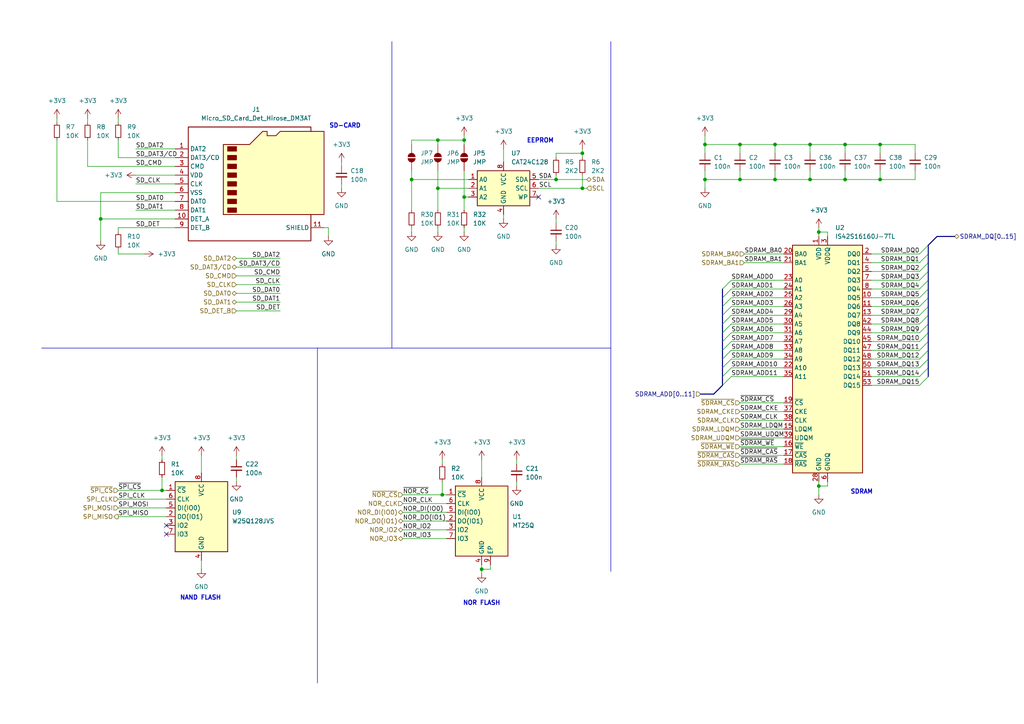
<source format=kicad_sch>
(kicad_sch (version 20231120) (generator "eeschema") (generator_version "8.0")
  (paper "A4")
  (junction (at 127 40.64))
  (junction (at 168.91 54.61))
  (junction (at 255.27 52.07))
  (junction (at 234.95 52.07))
  (junction (at 214.63 52.07))
  (junction (at 119.38 52.07))
  (junction (at 237.49 67.31))
  (junction (at 245.11 52.07))
  (junction (at 139.7 165.1))
  (junction (at 134.62 57.15))
  (junction (at 367.03 59.69))
  (junction (at 46.99 142.24))
  (junction (at 214.63 41.91))
  (junction (at 224.79 52.07))
  (junction (at 134.62 40.64))
  (junction (at 204.47 41.91))
  (junction (at 168.91 44.45))
  (junction (at 367.03 133.35))
  (junction (at 255.27 41.91))
  (junction (at 204.47 52.07))
  (junction (at 127 54.61))
  (junction (at 237.49 140.97))
  (junction (at 161.29 52.07))
  (junction (at 128.27 143.51))
  (junction (at 234.95 41.91))
  (junction (at 245.11 41.91))
  (junction (at 29.21 63.5))
  (junction (at 224.79 41.91))
  (no_connect (at 156.21 57.15))
  (no_connect (at 48.26 154.94))
  (no_connect (at 48.26 152.4))
  (bus_entry (at 339.09 83.82) (size 2.54 -2.54))
  (bus_entry (at 209.55 83.82) (size 2.54 -2.54))
  (bus_entry (at 209.55 109.22) (size 2.54 -2.54))
  (bus_entry (at 266.7 101.6) (size 2.54 -2.54))
  (bus_entry (at 209.55 88.9) (size 2.54 -2.54))
  (bus_entry (at 209.55 99.06) (size 2.54 -2.54))
  (bus_entry (at 209.55 93.98) (size 2.54 -2.54))
  (bus_entry (at 396.24 81.28) (size 2.54 -2.54))
  (bus_entry (at 396.24 99.06) (size 2.54 -2.54))
  (bus_entry (at 266.7 76.2) (size 2.54 -2.54))
  (bus_entry (at 339.09 81.28) (size 2.54 -2.54))
  (bus_entry (at 339.09 106.68) (size 2.54 -2.54))
  (bus_entry (at 396.24 66.04) (size 2.54 -2.54))
  (bus_entry (at 396.24 101.6) (size 2.54 -2.54))
  (bus_entry (at 339.09 99.06) (size 2.54 -2.54))
  (bus_entry (at 396.24 78.74) (size 2.54 -2.54))
  (bus_entry (at 266.7 111.76) (size 2.54 -2.54))
  (bus_entry (at 266.7 78.74) (size 2.54 -2.54))
  (bus_entry (at 266.7 91.44) (size 2.54 -2.54))
  (bus_entry (at 396.24 73.66) (size 2.54 -2.54))
  (bus_entry (at 339.09 93.98) (size 2.54 -2.54))
  (bus_entry (at 266.7 109.22) (size 2.54 -2.54))
  (bus_entry (at 339.09 91.44) (size 2.54 -2.54))
  (bus_entry (at 396.24 96.52) (size 2.54 -2.54))
  (bus_entry (at 209.55 104.14) (size 2.54 -2.54))
  (bus_entry (at 209.55 106.68) (size 2.54 -2.54))
  (bus_entry (at 339.09 96.52) (size 2.54 -2.54))
  (bus_entry (at 339.09 76.2) (size 2.54 -2.54))
  (bus_entry (at 209.55 96.52) (size 2.54 -2.54))
  (bus_entry (at 396.24 76.2) (size 2.54 -2.54))
  (bus_entry (at 396.24 83.82) (size 2.54 -2.54))
  (bus_entry (at 209.55 91.44) (size 2.54 -2.54))
  (bus_entry (at 339.09 78.74) (size 2.54 -2.54))
  (bus_entry (at 339.09 86.36) (size 2.54 -2.54))
  (bus_entry (at 266.7 99.06) (size 2.54 -2.54))
  (bus_entry (at 266.7 93.98) (size 2.54 -2.54))
  (bus_entry (at 209.55 111.76) (size 2.54 -2.54))
  (bus_entry (at 339.09 101.6) (size 2.54 -2.54))
  (bus_entry (at 209.55 86.36) (size 2.54 -2.54))
  (bus_entry (at 266.7 96.52) (size 2.54 -2.54))
  (bus_entry (at 396.24 71.12) (size 2.54 -2.54))
  (bus_entry (at 266.7 104.14) (size 2.54 -2.54))
  (bus_entry (at 396.24 104.14) (size 2.54 -2.54))
  (bus_entry (at 209.55 101.6) (size 2.54 -2.54))
  (bus_entry (at 266.7 81.28) (size 2.54 -2.54))
  (bus_entry (at 266.7 86.36) (size 2.54 -2.54))
  (bus_entry (at 396.24 68.58) (size 2.54 -2.54))
  (bus_entry (at 396.24 86.36) (size 2.54 -2.54))
  (bus_entry (at 266.7 106.68) (size 2.54 -2.54))
  (bus_entry (at 266.7 88.9) (size 2.54 -2.54))
  (bus_entry (at 339.09 104.14) (size 2.54 -2.54))
  (bus_entry (at 339.09 88.9) (size 2.54 -2.54))
  (bus_entry (at 266.7 73.66) (size 2.54 -2.54))
  (bus_entry (at 396.24 91.44) (size 2.54 -2.54))
  (bus_entry (at 396.24 88.9) (size 2.54 -2.54))
  (bus_entry (at 266.7 83.82) (size 2.54 -2.54))
  (bus_entry (at 396.24 93.98) (size 2.54 -2.54))
  (bus (pts (xy 209.55 91.44) (xy 209.55 88.9)))
  (wire (pts (xy 39.37 50.8) (xy 50.8 50.8)))
  (wire (pts (xy 116.84 153.67) (xy 129.54 153.67)))
  (wire (pts (xy 234.95 41.91) (xy 245.11 41.91)))
  (wire (pts (xy 204.47 49.53) (xy 204.47 52.07)))
  (wire (pts (xy 382.27 101.6) (xy 396.24 101.6)))
  (bus (pts (xy 339.09 93.98) (xy 339.09 91.44)))
  (wire (pts (xy 204.47 41.91) (xy 214.63 41.91)))
  (bus (pts (xy 269.24 109.22) (xy 269.24 106.68)))
  (wire (pts (xy 341.63 76.2) (xy 356.87 76.2)))
  (wire (pts (xy 46.99 138.43) (xy 46.99 142.24)))
  (wire (pts (xy 341.63 73.66) (xy 356.87 73.66)))
  (bus (pts (xy 209.55 99.06) (xy 209.55 96.52)))
  (wire (pts (xy 34.29 147.32) (xy 48.26 147.32)))
  (wire (pts (xy 240.03 67.31) (xy 237.49 67.31)))
  (wire (pts (xy 34.29 45.72) (xy 50.8 45.72)))
  (bus (pts (xy 209.55 111.76) (xy 209.55 109.22)))
  (wire (pts (xy 382.27 93.98) (xy 396.24 93.98)))
  (wire (pts (xy 341.63 78.74) (xy 356.87 78.74)))
  (wire (pts (xy 237.49 67.31) (xy 237.49 68.58)))
  (wire (pts (xy 245.11 52.07) (xy 255.27 52.07)))
  (wire (pts (xy 127 54.61) (xy 135.89 54.61)))
  (bus (pts (xy 269.24 86.36) (xy 269.24 83.82)))
  (wire (pts (xy 255.27 41.91) (xy 265.43 41.91)))
  (bus (pts (xy 209.55 88.9) (xy 209.55 86.36)))
  (wire (pts (xy 134.62 67.31) (xy 134.62 66.04)))
  (wire (pts (xy 341.63 81.28) (xy 356.87 81.28)))
  (wire (pts (xy 34.29 142.24) (xy 46.99 142.24)))
  (bus (pts (xy 269.24 76.2) (xy 269.24 73.66)))
  (wire (pts (xy 128.27 143.51) (xy 129.54 143.51)))
  (wire (pts (xy 212.09 83.82) (xy 227.33 83.82)))
  (polyline (pts (xy 12.065 100.965) (xy 177.165 100.965)))
  (wire (pts (xy 156.21 52.07) (xy 161.29 52.07)))
  (wire (pts (xy 58.42 162.56) (xy 58.42 165.1)))
  (bus (pts (xy 209.55 104.14) (xy 209.55 101.6)))
  (wire (pts (xy 234.95 49.53) (xy 234.95 52.07)))
  (wire (pts (xy 39.37 43.18) (xy 50.8 43.18)))
  (wire (pts (xy 168.91 54.61) (xy 170.18 54.61)))
  (wire (pts (xy 344.17 114.3) (xy 356.87 114.3)))
  (wire (pts (xy 212.09 104.14) (xy 227.33 104.14)))
  (wire (pts (xy 369.57 133.35) (xy 367.03 133.35)))
  (wire (pts (xy 34.29 73.66) (xy 34.29 72.39)))
  (wire (pts (xy 58.42 132.08) (xy 58.42 137.16)))
  (wire (pts (xy 81.28 74.93) (xy 68.58 74.93)))
  (wire (pts (xy 341.63 93.98) (xy 356.87 93.98)))
  (polyline (pts (xy 113.665 12.065) (xy 113.665 100.965)))
  (wire (pts (xy 146.05 63.5) (xy 146.05 62.23)))
  (wire (pts (xy 234.95 52.07) (xy 245.11 52.07)))
  (polyline (pts (xy 92.075 100.965) (xy 92.075 198.12)))
  (wire (pts (xy 214.63 116.84) (xy 227.33 116.84)))
  (wire (pts (xy 214.63 119.38) (xy 227.33 119.38)))
  (wire (pts (xy 255.27 49.53) (xy 255.27 52.07)))
  (wire (pts (xy 29.21 55.88) (xy 50.8 55.88)))
  (bus (pts (xy 398.78 96.52) (xy 398.78 93.98)))
  (wire (pts (xy 240.03 68.58) (xy 240.03 67.31)))
  (bus (pts (xy 269.24 71.12) (xy 271.78 68.58)))
  (wire (pts (xy 25.4 40.64) (xy 25.4 48.26)))
  (wire (pts (xy 127 67.31) (xy 127 66.04)))
  (wire (pts (xy 134.62 40.64) (xy 134.62 41.91)))
  (wire (pts (xy 382.27 68.58) (xy 396.24 68.58)))
  (wire (pts (xy 341.63 104.14) (xy 356.87 104.14)))
  (wire (pts (xy 252.73 78.74) (xy 266.7 78.74)))
  (wire (pts (xy 161.29 69.85) (xy 161.29 71.12)))
  (wire (pts (xy 161.29 45.72) (xy 161.29 44.45)))
  (bus (pts (xy 398.78 71.12) (xy 398.78 68.58)))
  (wire (pts (xy 245.11 49.53) (xy 245.11 52.07)))
  (wire (pts (xy 68.58 138.43) (xy 68.58 139.7)))
  (wire (pts (xy 215.9 73.66) (xy 227.33 73.66)))
  (wire (pts (xy 255.27 41.91) (xy 255.27 44.45)))
  (wire (pts (xy 245.11 41.91) (xy 245.11 44.45)))
  (wire (pts (xy 116.84 156.21) (xy 129.54 156.21)))
  (wire (pts (xy 81.28 82.55) (xy 68.58 82.55)))
  (bus (pts (xy 271.78 68.58) (xy 276.86 68.58)))
  (wire (pts (xy 341.63 96.52) (xy 356.87 96.52)))
  (wire (pts (xy 16.51 58.42) (xy 50.8 58.42)))
  (bus (pts (xy 398.78 91.44) (xy 398.78 88.9)))
  (wire (pts (xy 161.29 52.07) (xy 161.29 50.8)))
  (bus (pts (xy 209.55 106.68) (xy 209.55 104.14)))
  (wire (pts (xy 369.57 59.69) (xy 367.03 59.69)))
  (wire (pts (xy 212.09 99.06) (xy 227.33 99.06)))
  (wire (pts (xy 212.09 91.44) (xy 227.33 91.44)))
  (wire (pts (xy 134.62 49.53) (xy 134.62 57.15)))
  (wire (pts (xy 204.47 39.37) (xy 204.47 41.91)))
  (wire (pts (xy 146.05 43.18) (xy 146.05 46.99)))
  (wire (pts (xy 119.38 52.07) (xy 135.89 52.07)))
  (wire (pts (xy 344.17 119.38) (xy 356.87 119.38)))
  (wire (pts (xy 224.79 49.53) (xy 224.79 52.07)))
  (wire (pts (xy 214.63 41.91) (xy 224.79 41.91)))
  (wire (pts (xy 214.63 129.54) (xy 227.33 129.54)))
  (wire (pts (xy 161.29 63.5) (xy 161.29 64.77)))
  (wire (pts (xy 116.84 148.59) (xy 129.54 148.59)))
  (wire (pts (xy 344.17 116.84) (xy 356.87 116.84)))
  (wire (pts (xy 344.17 127) (xy 356.87 127)))
  (wire (pts (xy 116.84 146.05) (xy 129.54 146.05)))
  (wire (pts (xy 382.27 76.2) (xy 396.24 76.2)))
  (wire (pts (xy 382.27 99.06) (xy 396.24 99.06)))
  (bus (pts (xy 269.24 93.98) (xy 269.24 91.44)))
  (wire (pts (xy 341.63 83.82) (xy 356.87 83.82)))
  (wire (pts (xy 29.21 55.88) (xy 29.21 63.5)))
  (wire (pts (xy 212.09 86.36) (xy 227.33 86.36)))
  (wire (pts (xy 204.47 52.07) (xy 204.47 54.61)))
  (wire (pts (xy 252.73 93.98) (xy 266.7 93.98)))
  (wire (pts (xy 29.21 63.5) (xy 50.8 63.5)))
  (wire (pts (xy 134.62 57.15) (xy 135.89 57.15)))
  (wire (pts (xy 93.98 66.04) (xy 95.25 66.04)))
  (wire (pts (xy 81.28 80.01) (xy 68.58 80.01)))
  (bus (pts (xy 209.55 101.6) (xy 209.55 99.06)))
  (wire (pts (xy 214.63 41.91) (xy 214.63 44.45)))
  (wire (pts (xy 382.27 83.82) (xy 396.24 83.82)))
  (wire (pts (xy 345.44 66.04) (xy 356.87 66.04)))
  (wire (pts (xy 252.73 88.9) (xy 266.7 88.9)))
  (wire (pts (xy 34.29 149.86) (xy 48.26 149.86)))
  (wire (pts (xy 367.03 59.69) (xy 367.03 60.96)))
  (wire (pts (xy 34.29 40.64) (xy 34.29 45.72)))
  (wire (pts (xy 252.73 104.14) (xy 266.7 104.14)))
  (wire (pts (xy 382.27 96.52) (xy 396.24 96.52)))
  (wire (pts (xy 68.58 132.08) (xy 68.58 133.35)))
  (wire (pts (xy 127 54.61) (xy 127 60.96)))
  (wire (pts (xy 265.43 49.53) (xy 265.43 52.07)))
  (wire (pts (xy 204.47 41.91) (xy 204.47 44.45)))
  (wire (pts (xy 341.63 99.06) (xy 356.87 99.06)))
  (wire (pts (xy 128.27 133.35) (xy 128.27 134.62)))
  (bus (pts (xy 209.55 109.22) (xy 209.55 106.68)))
  (wire (pts (xy 25.4 34.29) (xy 25.4 35.56)))
  (wire (pts (xy 139.7 165.1) (xy 139.7 163.83)))
  (bus (pts (xy 339.09 96.52) (xy 339.09 93.98)))
  (wire (pts (xy 224.79 52.07) (xy 234.95 52.07)))
  (wire (pts (xy 116.84 143.51) (xy 128.27 143.51)))
  (wire (pts (xy 212.09 106.68) (xy 227.33 106.68)))
  (wire (pts (xy 252.73 99.06) (xy 266.7 99.06)))
  (wire (pts (xy 237.49 140.97) (xy 237.49 139.7)))
  (wire (pts (xy 204.47 52.07) (xy 214.63 52.07)))
  (wire (pts (xy 161.29 52.07) (xy 170.18 52.07)))
  (bus (pts (xy 339.09 104.14) (xy 339.09 101.6)))
  (wire (pts (xy 341.63 88.9) (xy 356.87 88.9)))
  (bus (pts (xy 269.24 73.66) (xy 269.24 71.12)))
  (wire (pts (xy 237.49 143.51) (xy 237.49 140.97)))
  (wire (pts (xy 265.43 41.91) (xy 265.43 44.45)))
  (bus (pts (xy 339.09 78.74) (xy 339.09 76.2)))
  (wire (pts (xy 240.03 139.7) (xy 240.03 140.97)))
  (wire (pts (xy 46.99 142.24) (xy 48.26 142.24)))
  (wire (pts (xy 34.29 66.04) (xy 50.8 66.04)))
  (wire (pts (xy 214.63 132.08) (xy 227.33 132.08)))
  (bus (pts (xy 269.24 78.74) (xy 269.24 76.2)))
  (wire (pts (xy 81.28 85.09) (xy 68.58 85.09)))
  (bus (pts (xy 339.09 101.6) (xy 339.09 99.06)))
  (bus (pts (xy 269.24 106.68) (xy 269.24 104.14)))
  (wire (pts (xy 252.73 111.76) (xy 266.7 111.76)))
  (bus (pts (xy 398.78 68.58) (xy 398.78 66.04)))
  (wire (pts (xy 252.73 96.52) (xy 266.7 96.52)))
  (wire (pts (xy 382.27 81.28) (xy 396.24 81.28)))
  (wire (pts (xy 168.91 43.18) (xy 168.91 44.45)))
  (wire (pts (xy 134.62 39.37) (xy 134.62 40.64)))
  (bus (pts (xy 269.24 96.52) (xy 269.24 93.98)))
  (bus (pts (xy 339.09 99.06) (xy 339.09 96.52)))
  (wire (pts (xy 344.17 109.22) (xy 356.87 109.22)))
  (wire (pts (xy 224.79 41.91) (xy 234.95 41.91)))
  (bus (pts (xy 398.78 63.5) (xy 401.32 60.96)))
  (wire (pts (xy 161.29 44.45) (xy 168.91 44.45)))
  (wire (pts (xy 81.28 90.17) (xy 68.58 90.17)))
  (wire (pts (xy 234.95 41.91) (xy 234.95 44.45)))
  (wire (pts (xy 119.38 52.07) (xy 119.38 60.96)))
  (wire (pts (xy 344.17 121.92) (xy 356.87 121.92)))
  (wire (pts (xy 81.28 87.63) (xy 68.58 87.63)))
  (wire (pts (xy 128.27 139.7) (xy 128.27 143.51)))
  (wire (pts (xy 99.06 46.99) (xy 99.06 48.26)))
  (bus (pts (xy 209.55 86.36) (xy 209.55 83.82)))
  (bus (pts (xy 269.24 88.9) (xy 269.24 86.36)))
  (wire (pts (xy 16.51 40.64) (xy 16.51 58.42)))
  (wire (pts (xy 214.63 52.07) (xy 224.79 52.07)))
  (bus (pts (xy 339.09 86.36) (xy 339.09 83.82)))
  (wire (pts (xy 369.57 132.08) (xy 369.57 133.35)))
  (wire (pts (xy 149.86 133.35) (xy 149.86 134.62)))
  (wire (pts (xy 34.29 34.29) (xy 34.29 35.56)))
  (bus (pts (xy 398.78 93.98) (xy 398.78 91.44)))
  (wire (pts (xy 119.38 49.53) (xy 119.38 52.07)))
  (wire (pts (xy 252.73 73.66) (xy 266.7 73.66)))
  (wire (pts (xy 369.57 60.96) (xy 369.57 59.69)))
  (wire (pts (xy 382.27 78.74) (xy 396.24 78.74)))
  (wire (pts (xy 382.27 86.36) (xy 396.24 86.36)))
  (bus (pts (xy 398.78 66.04) (xy 398.78 63.5)))
  (wire (pts (xy 34.29 67.31) (xy 34.29 66.04)))
  (wire (pts (xy 382.27 71.12) (xy 396.24 71.12)))
  (wire (pts (xy 367.03 58.42) (xy 367.03 59.69)))
  (wire (pts (xy 39.37 53.34) (xy 50.8 53.34)))
  (wire (pts (xy 382.27 73.66) (xy 396.24 73.66)))
  (bus (pts (xy 269.24 101.6) (xy 269.24 99.06)))
  (wire (pts (xy 214.63 49.53) (xy 214.63 52.07)))
  (wire (pts (xy 382.27 88.9) (xy 396.24 88.9)))
  (bus (pts (xy 209.55 93.98) (xy 209.55 91.44)))
  (bus (pts (xy 398.78 76.2) (xy 398.78 73.66)))
  (wire (pts (xy 341.63 101.6) (xy 356.87 101.6)))
  (bus (pts (xy 398.78 88.9) (xy 398.78 86.36)))
  (bus (pts (xy 269.24 91.44) (xy 269.24 88.9)))
  (wire (pts (xy 212.09 101.6) (xy 227.33 101.6)))
  (wire (pts (xy 212.09 109.22) (xy 227.33 109.22)))
  (wire (pts (xy 46.99 132.08) (xy 46.99 133.35)))
  (bus (pts (xy 339.09 91.44) (xy 339.09 88.9)))
  (wire (pts (xy 382.27 66.04) (xy 396.24 66.04)))
  (wire (pts (xy 344.17 111.76) (xy 356.87 111.76)))
  (bus (pts (xy 398.78 81.28) (xy 398.78 78.74)))
  (wire (pts (xy 367.03 133.35) (xy 367.03 132.08)))
  (wire (pts (xy 212.09 96.52) (xy 227.33 96.52)))
  (wire (pts (xy 142.24 165.1) (xy 139.7 165.1)))
  (wire (pts (xy 252.73 91.44) (xy 266.7 91.44)))
  (wire (pts (xy 81.28 77.47) (xy 68.58 77.47)))
  (bus (pts (xy 398.78 99.06) (xy 398.78 96.52)))
  (wire (pts (xy 255.27 52.07) (xy 265.43 52.07)))
  (wire (pts (xy 212.09 93.98) (xy 227.33 93.98)))
  (wire (pts (xy 215.9 76.2) (xy 227.33 76.2)))
  (wire (pts (xy 252.73 86.36) (xy 266.7 86.36)))
  (wire (pts (xy 119.38 41.91) (xy 119.38 40.64)))
  (polyline (pts (xy 177.165 12.065) (xy 177.165 165.735)))
  (wire (pts (xy 382.27 91.44) (xy 396.24 91.44)))
  (bus (pts (xy 398.78 78.74) (xy 398.78 76.2)))
  (wire (pts (xy 252.73 109.22) (xy 266.7 109.22)))
  (bus (pts (xy 209.55 96.52) (xy 209.55 93.98)))
  (wire (pts (xy 134.62 57.15) (xy 134.62 60.96)))
  (wire (pts (xy 212.09 88.9) (xy 227.33 88.9)))
  (wire (pts (xy 25.4 48.26) (xy 50.8 48.26)))
  (wire (pts (xy 127 49.53) (xy 127 54.61)))
  (bus (pts (xy 269.24 104.14) (xy 269.24 101.6)))
  (wire (pts (xy 142.24 163.83) (xy 142.24 165.1)))
  (wire (pts (xy 344.17 124.46) (xy 356.87 124.46)))
  (bus (pts (xy 398.78 83.82) (xy 398.78 81.28)))
  (wire (pts (xy 212.09 81.28) (xy 227.33 81.28)))
  (wire (pts (xy 41.91 73.66) (xy 34.29 73.66)))
  (wire (pts (xy 139.7 166.37) (xy 139.7 165.1)))
  (wire (pts (xy 39.37 60.96) (xy 50.8 60.96)))
  (bus (pts (xy 398.78 73.66) (xy 398.78 71.12)))
  (wire (pts (xy 341.63 86.36) (xy 356.87 86.36)))
  (wire (pts (xy 252.73 76.2) (xy 266.7 76.2)))
  (bus (pts (xy 339.09 81.28) (xy 339.09 78.74)))
  (wire (pts (xy 367.03 135.89) (xy 367.03 133.35)))
  (wire (pts (xy 119.38 40.64) (xy 127 40.64)))
  (wire (pts (xy 139.7 133.35) (xy 139.7 138.43)))
  (wire (pts (xy 214.63 121.92) (xy 227.33 121.92)))
  (wire (pts (xy 237.49 66.04) (xy 237.49 67.31)))
  (bus (pts (xy 269.24 83.82) (xy 269.24 81.28)))
  (wire (pts (xy 341.63 91.44) (xy 356.87 91.44)))
  (wire (pts (xy 16.51 34.29) (xy 16.51 35.56)))
  (wire (pts (xy 149.86 139.7) (xy 149.86 140.97)))
  (wire (pts (xy 382.27 104.14) (xy 396.24 104.14)))
  (bus (pts (xy 401.32 60.96) (xy 406.4 60.96)))
  (wire (pts (xy 252.73 83.82) (xy 266.7 83.82)))
  (wire (pts (xy 168.91 54.61) (xy 168.91 50.8)))
  (bus (pts (xy 203.2 114.3) (xy 207.01 114.3)))
  (wire (pts (xy 224.79 41.91) (xy 224.79 44.45)))
  (bus (pts (xy 398.78 86.36) (xy 398.78 83.82)))
  (wire (pts (xy 116.84 151.13) (xy 129.54 151.13)))
  (wire (pts (xy 214.63 127) (xy 227.33 127)))
  (wire (pts (xy 119.38 67.31) (xy 119.38 66.04)))
  (bus (pts (xy 339.09 104.14) (xy 339.09 106.68)))
  (wire (pts (xy 156.21 54.61) (xy 168.91 54.61)))
  (bus (pts (xy 332.74 106.68) (xy 339.09 106.68)))
  (wire (pts (xy 240.03 140.97) (xy 237.49 140.97)))
  (wire (pts (xy 345.44 68.58) (xy 356.87 68.58)))
  (wire (pts (xy 168.91 44.45) (xy 168.91 45.72)))
  (bus (pts (xy 339.09 88.9) (xy 339.09 86.36)))
  (wire (pts (xy 95.25 66.04) (xy 95.25 68.58)))
  (bus (pts (xy 339.09 83.82) (xy 339.09 81.28)))
  (wire (pts (xy 214.63 134.62) (xy 227.33 134.62)))
  (wire (pts (xy 34.29 144.78) (xy 48.26 144.78)))
  (wire (pts (xy 214.63 124.46) (xy 227.33 124.46)))
  (wire (pts (xy 29.21 69.85) (xy 29.21 63.5)))
  (wire (pts (xy 127 40.64) (xy 134.62 40.64)))
  (bus (pts (xy 269.24 81.28) (xy 269.24 78.74)))
  (wire (pts (xy 245.11 41.91) (xy 255.27 41.91)))
  (wire (pts (xy 99.06 53.34) (xy 99.06 54.61)))
  (wire (pts (xy 127 40.64) (xy 127 41.91)))
  (wire (pts (xy 252.73 101.6) (xy 266.7 101.6)))
  (wire (pts (xy 252.73 106.68) (xy 266.7 106.68)))
  (bus (pts (xy 269.24 99.06) (xy 269.24 96.52)))
  (bus (pts (xy 209.55 111.76) (xy 207.01 114.3)))
  (wire (pts (xy 252.73 81.28) (xy 266.7 81.28)))
  (bus (pts (xy 398.78 101.6) (xy 398.78 99.06)))
  (text "NOR FLASH" (at 139.7 175.006 0) (effects (font (size 1.27 1.27) (thickness 0.254) (bold yes))))
  (text "SD-CARD" (at 100.076 36.576 0) (effects (font (size 1.27 1.27) (thickness 0.254) (bold yes))))
  (text "SDRAM" (at 249.936 142.748 0) (effects (font (size 1.27 1.27) (thickness 0.254) (bold yes))))
  (text "EEPROM" (at 156.718 40.894 0) (effects (font (size 1.27 1.27) (thickness 0.254) (bold yes))))
  (text "NAND FLASH" (at 58.166 173.482 0) (effects (font (size 1.27 1.27) (thickness 0.254) (bold yes))))
  (label "SDRAM_DQ7" (at 266.7 91.44 180))
  (label "SPI_CLK" (at 34.29 144.78 0))
  (label "SDRAM_DQ7" (at 396.24 83.82 180))
  (label "SDRAM_ADD4" (at 341.63 83.82 0))
  (label "SDRAM_DQ0" (at 396.24 66.04 180))
  (label "SDRAM_UDQM" (at 214.63 127 0))
  (label "SDRAM_ADD12" (at 341.63 104.14 0))
  (label "SDRAM_DQ0" (at 266.7 73.66 180))
  (label "NOR_CLK" (at 116.84 146.05 0))
  (label "SDRAM_ADD1" (at 212.09 83.82 0))
  (label "SDRAM_DQ3" (at 396.24 73.66 180))
  (label "SD_DAT0" (at 81.28 85.09 180))
  (label "SDRAM_DQ12" (at 266.7 104.14 180))
  (label "SPI_MOSI" (at 34.29 147.32 0))
  (label "SDRAM_DQ9" (at 396.24 88.9 180))
  (label "SD_CLK" (at 39.37 53.34 0))
  (label "SDRAM_DQ3" (at 266.7 81.28 180))
  (label "SDRAM_ADD7" (at 341.63 91.44 0))
  (label "SDRAM_ADD5" (at 212.09 93.98 0))
  (label "SDA" (at 160.02 52.07 180))
  (label "SDRAM_ADD8" (at 341.63 93.98 0))
  (label "SDRAM_ADD11" (at 341.63 101.6 0))
  (label "SDRAM_DQ14" (at 396.24 101.6 180))
  (label "SDRAM_ADD2" (at 212.09 86.36 0))
  (label "SDRAM_UDQM" (at 344.17 119.38 0))
  (label "SPI_MISO" (at 34.29 149.86 0))
  (label "SDRAM_ADD10" (at 341.63 99.06 0))
  (label "SDRAM_DQ4" (at 266.7 83.82 180))
  (label "SDRAM_ADD8" (at 212.09 101.6 0))
  (label "SDRAM_DQ11" (at 396.24 93.98 180))
  (label "SDRAM_ADD1" (at 341.63 76.2 0))
  (label "SD_CMD" (at 39.37 48.26 0))
  (label "SCL" (at 160.02 54.61 180))
  (label "SD_CLK" (at 81.28 82.55 180))
  (label "SDRAM_ADD7" (at 212.09 99.06 0))
  (label "SDRAM_DQ1" (at 396.24 68.58 180))
  (label "SDRAM_DQ13" (at 266.7 106.68 180))
  (label "SDRAM_DQ14" (at 266.7 109.22 180))
  (label "~{SPI_CS}" (at 34.29 142.24 0))
  (label "SDRAM_BA1" (at 345.44 68.58 0))
  (label "SDRAM_ADD6" (at 212.09 96.52 0))
  (label "SDRAM_DQ8" (at 396.24 86.36 180))
  (label "NOR_DI(IO0)" (at 116.84 148.59 0))
  (label "SDRAM_CKE" (at 214.63 119.38 0))
  (label "SDRAM_DQ12" (at 396.24 96.52 180))
  (label "SDRAM_DQ15" (at 396.24 104.14 180))
  (label "SDRAM_DQ4" (at 396.24 76.2 180))
  (label "SDRAM_DQ5" (at 266.7 86.36 180))
  (label "SDRAM_DQ9" (at 266.7 96.52 180))
  (label "NOR_DO(IO1)" (at 116.84 151.13 0))
  (label "SD_DET" (at 81.28 90.17 180))
  (label "~{NOR_CS}" (at 116.84 143.51 0))
  (label "SDRAM_ADD3" (at 212.09 88.9 0))
  (label "SD_CMD" (at 81.28 80.01 180))
  (label "SDRAM_DQ8" (at 266.7 93.98 180))
  (label "SD_DAT0" (at 39.37 58.42 0))
  (label "~{SDRAM_CS}" (at 344.17 109.22 0))
  (label "SDRAM_ADD6" (at 341.63 88.9 0))
  (label "SDRAM_ADD0" (at 212.09 81.28 0))
  (label "SDRAM_ADD5" (at 341.63 86.36 0))
  (label "SDRAM_ADD2" (at 341.63 78.74 0))
  (label "SDRAM_DQ2" (at 396.24 71.12 180))
  (label "SD_DAT1" (at 81.28 87.63 180))
  (label "~{SDRAM_RAS}" (at 344.17 127 0))
  (label "~{SDRAM_CAS}" (at 344.17 124.46 0))
  (label "SD_DAT2" (at 81.28 74.93 180))
  (label "SDRAM_BA0" (at 215.9 73.66 0))
  (label "SDRAM_LDQM" (at 344.17 116.84 0))
  (label "SDRAM_ADD3" (at 341.63 81.28 0))
  (label "SDRAM_CLK" (at 344.17 114.3 0))
  (label "NOR_IO3" (at 116.84 156.21 0))
  (label "SDRAM_DQ10" (at 266.7 99.06 180))
  (label "SDRAM_DQ13" (at 396.24 99.06 180))
  (label "~{SDRAM_CS}" (at 214.63 116.84 0))
  (label "SDRAM_DQ11" (at 266.7 101.6 180))
  (label "SDRAM_DQ6" (at 266.7 88.9 180))
  (label "SDRAM_DQ1" (at 266.7 76.2 180))
  (label "SDRAM_LDQM" (at 214.63 124.46 0))
  (label "SDRAM_CLK" (at 214.63 121.92 0))
  (label "SD_DAT1" (at 39.37 60.96 0))
  (label "SD_DET" (at 39.37 66.04 0))
  (label "~{SDRAM_RAS}" (at 214.63 134.62 0))
  (label "SDRAM_CKE" (at 344.17 111.76 0))
  (label "SDRAM_ADD9" (at 212.09 104.14 0))
  (label "~{SDRAM_WE}" (at 344.17 121.92 0))
  (label "SD_DAT3{slash}CD" (at 39.37 45.72 0))
  (label "~{SDRAM_WE}" (at 214.63 129.54 0))
  (label "~{SDRAM_CAS}" (at 214.63 132.08 0))
  (label "SD_DAT2" (at 39.37 43.18 0))
  (label "SDRAM_ADD4" (at 212.09 91.44 0))
  (label "SDRAM_DQ5" (at 396.24 78.74 180))
  (label "SDRAM_BA0" (at 345.44 66.04 0))
  (label "SDRAM_ADD9" (at 341.63 96.52 0))
  (label "SDRAM_DQ10" (at 396.24 91.44 180))
  (label "SDRAM_ADD11" (at 212.09 109.22 0))
  (label "SDRAM_BA1" (at 215.9 76.2 0))
  (label "SDRAM_DQ15" (at 266.7 111.76 180))
  (label "SDRAM_DQ2" (at 266.7 78.74 180))
  (label "SDRAM_DQ6" (at 396.24 81.28 180))
  (label "SD_DAT3{slash}CD" (at 81.28 77.47 180))
  (label "SDRAM_ADD0" (at 341.63 73.66 0))
  (label "SDRAM_ADD10" (at 212.09 106.68 0))
  (label "NOR_IO2" (at 116.84 153.67 0))
  (hierarchical_label "SPI_MOSI" (shape input) (at 34.29 147.32 180))
  (hierarchical_label "SDRAM_DQ[0..15]" (shape bidirectional) (at 276.86 68.58 0))
  (hierarchical_label "SDRAM_CLK" (shape input) (at 214.63 121.92 180))
  (hierarchical_label "NOR_IO2" (shape bidirectional) (at 116.84 153.67 180))
  (hierarchical_label "~{SDRAM_RAS}" (shape input) (at 214.63 134.62 180))
  (hierarchical_label "SDRAM_CKE" (shape input) (at 344.17 111.76 180))
  (hierarchical_label "~{SDRAM_WE}" (shape input) (at 344.17 121.92 180))
  (hierarchical_label "SDRAM_CKE" (shape input) (at 214.63 119.38 180))
  (hierarchical_label "SDRAM_ADD[0..12]" (shape input) (at 332.74 106.68 180))
  (hierarchical_label "SD_CLK" (shape input) (at 68.58 82.55 180))
  (hierarchical_label "SDRAM_BA0" (shape input) (at 215.9 73.66 180))
  (hierarchical_label "~{SDRAM_WE}" (shape input) (at 214.63 129.54 180))
  (hierarchical_label "SDRAM_DQ[0..15]" (shape bidirectional) (at 406.4 60.96 0))
  (hierarchical_label "SDA" (shape bidirectional) (at 170.18 52.07 0))
  (hierarchical_label "SD_DET_B" (shape input) (at 68.58 90.17 180))
  (hierarchical_label "~{SDRAM_CS}" (shape input) (at 214.63 116.84 180))
  (hierarchical_label "SD_DAT2" (shape bidirectional) (at 68.58 74.93 180))
  (hierarchical_label "NOR_DI(IO0)" (shape bidirectional) (at 116.84 148.59 180))
  (hierarchical_label "SD_CMD" (shape input) (at 68.58 80.01 180))
  (hierarchical_label "SPI_MISO" (shape output) (at 34.29 149.86 180))
  (hierarchical_label "SPI_CLK" (shape input) (at 34.29 144.78 180))
  (hierarchical_label "NOR_IO3" (shape bidirectional) (at 116.84 156.21 180))
  (hierarchical_label "SDRAM_UDQM" (shape input) (at 344.17 119.38 180))
  (hierarchical_label "SDRAM_BA1" (shape input) (at 215.9 76.2 180))
  (hierarchical_label "SDRAM_CLK" (shape input) (at 344.17 114.3 180))
  (hierarchical_label "SD_DAT0" (shape bidirectional) (at 68.58 85.09 180))
  (hierarchical_label "NOR_CLK" (shape input) (at 116.84 146.05 180))
  (hierarchical_label "~{SDRAM_CAS}" (shape input) (at 214.63 132.08 180))
  (hierarchical_label "~{SDRAM_CAS}" (shape input) (at 344.17 124.46 180))
  (hierarchical_label "~{SDRAM_RAS}" (shape input) (at 344.17 127 180))
  (hierarchical_label "~{SDRAM_CS}" (shape input) (at 344.17 109.22 180))
  (hierarchical_label "~{SPI_CS}" (shape input) (at 34.29 142.24 180))
  (hierarchical_label "SDRAM_BA0" (shape input) (at 345.44 66.04 180))
  (hierarchical_label "SD_DAT1" (shape bidirectional) (at 68.58 87.63 180))
  (hierarchical_label "SDRAM_BA1" (shape input) (at 345.44 68.58 180))
  (hierarchical_label "SCL" (shape input) (at 170.18 54.61 0))
  (hierarchical_label "SDRAM_LDQM" (shape input) (at 214.63 124.46 180))
  (hierarchical_label "NOR_DO(IO1)" (shape bidirectional) (at 116.84 151.13 180))
  (hierarchical_label "~{NOR_CS}" (shape input) (at 116.84 143.51 180))
  (hierarchical_label "SDRAM_LDQM" (shape input) (at 344.17 116.84 180))
  (hierarchical_label "SDRAM_ADD[0..11]" (shape input) (at 203.2 114.3 180))
  (hierarchical_label "SD_DAT3{slash}CD" (shape bidirectional) (at 68.58 77.47 180))
  (hierarchical_label "SDRAM_UDQM" (shape input) (at 214.63 127 180))
  (symbol (lib_name "GND_1") (lib_id "power:GND") (at 367.03 135.89 0) (unit 1)
    (property "Reference" "#PWR0121" (effects (hide yes)))
    (property "Value" "GND" (at 367.03 140.97 0))
    (property "Description" "Power symbol creates a global label with name \"GND\" , ground" (effects (hide yes)))
  )
  (symbol (lib_id "power:+3V3") (at 46.99 132.08 0) (unit 1)
    (property "Reference" "#PWR06" (effects (hide yes)))
    (property "Value" "+3V3" (at 46.99 127 0))
    (property "Description" "Power symbol creates a global label with name \"+3V3\"" (effects (hide yes)))
  )
  (symbol (lib_id "Device:C_Small") (at 224.79 46.99 0) (unit 1)
    (property "Reference" "C3" (at 227.33 45.7263 0) (effects (justify left)))
    (property "Value" "100n" (at 227.33 48.2663 0) (effects (justify left)))
    (property "Footprint" "Capacitor_SMD:C_0402_1005Metric" (effects (hide yes)))
    (property "JLCPCB Part #" "C307331" (effects (hide yes)))
  )
  (symbol (lib_id "Device:R_Small") (at 127 63.5 0) (unit 1)
    (property "Reference" "R31" (at 129.54 62.2299 0) (effects (justify left)))
    (property "Value" "10K" (at 129.54 64.7699 0) (effects (justify left)))
    (property "Footprint" "Resistor_SMD:R_0402_1005Metric" (effects (hide yes)))
    (property "Description" "Resistor, small symbol" (effects (hide yes)))
    (property "JLCPCB Part #" "C25744" (effects (hide yes)))
  )
  (symbol (lib_id "Device:C_Small") (at 265.43 46.99 0) (unit 1)
    (property "Reference" "C29" (at 267.97 45.7263 0) (effects (justify left)))
    (property "Value" "100n" (at 267.97 48.2663 0) (effects (justify left)))
    (property "Footprint" "Capacitor_SMD:C_0402_1005Metric" (effects (hide yes)))
    (property "JLCPCB Part #" "C307331" (effects (hide yes)))
  )
  (symbol (lib_name "GND_1") (lib_id "power:GND") (at 237.49 143.51 0) (unit 1)
    (property "Reference" "#PWR05" (effects (hide yes)))
    (property "Value" "GND" (at 237.49 148.59 0))
    (property "Description" "Power symbol creates a global label with name \"GND\" , ground" (effects (hide yes)))
  )
  (symbol (lib_id "power:+3V3") (at 367.03 58.42 0) (unit 1)
    (property "Reference" "#PWR0120" (effects (hide yes)))
    (property "Value" "+3V3" (at 367.03 53.34 0))
    (property "Description" "Power symbol creates a global label with name \"+3V3\"" (effects (hide yes)))
  )
  (symbol (lib_id "power:+3V3") (at 39.37 50.8 90) (unit 1)
    (property "Reference" "#PWR049" (effects (hide yes)))
    (property "Value" "+3V3" (at 35.56 50.7999 90) (effects (justify left)))
    (property "Description" "Power symbol creates a global label with name \"+3V3\"" (effects (hide yes)))
  )
  (symbol (lib_id "Memory_EEPROM:CAT24C128") (at 146.05 54.61 0) (unit 1)
    (property "Reference" "U7" (at 148.2441 44.45 0) (effects (justify left)))
    (property "Value" "CAT24C128" (at 148.2441 46.99 0) (effects (justify left)))
    (property "Footprint" "Package_SO:SOIC-8_3.9x4.9mm_P1.27mm" (effects (hide yes)))
    (property "Datasheet" "https://www.onsemi.com/pub/Collateral/CAT24C128-D.PDF" (effects (hide yes)))
    (property "Description" "128 kb CMOS Serial EEPROM, SOIC-8/TSSOP-8/DFN-8" (effects (hide yes)))
    (property "JLCPCB Part #" "C6482" (effects (hide yes)))
  )
  (symbol (lib_id "Device:R_Small") (at 161.29 48.26 0) (unit 1)
    (property "Reference" "R5" (at 163.83 46.9899 0) (effects (justify left)))
    (property "Value" "2K2" (at 163.83 49.5299 0) (effects (justify left)))
    (property "Footprint" "Resistor_SMD:R_0402_1005Metric" (effects (hide yes)))
    (property "Description" "Resistor, small symbol" (effects (hide yes)))
    (property "JLCPCB Part #" "C25879" (effects (hide yes)))
  )
  (symbol (lib_id "power:+3V3") (at 237.49 66.04 0) (unit 1)
    (property "Reference" "#PWR04" (effects (hide yes)))
    (property "Value" "+3V3" (at 237.49 60.96 0))
    (property "Description" "Power symbol creates a global label with name \"+3V3\"" (effects (hide yes)))
  )
  (symbol (lib_id "power:GND") (at 149.86 140.97 0) (unit 1)
    (property "Reference" "#PWR017" (effects (hide yes)))
    (property "Value" "GND" (at 149.86 146.05 0))
  )
  (symbol (lib_name "GND_5") (lib_id "power:GND") (at 95.25 68.58 0) (unit 1)
    (property "Reference" "#PWR051" (effects (hide yes)))
    (property "Value" "GND" (at 95.25 73.66 0))
    (property "Description" "Power symbol creates a global label with name \"GND\" , ground" (effects (hide yes)))
  )
  (symbol (lib_id "Device:C_Small") (at 99.06 50.8 0) (unit 1)
    (property "Reference" "C18" (at 101.6 49.5363 0) (effects (justify left)))
    (property "Value" "100n" (at 101.6 52.0763 0) (effects (justify left)))
    (property "Footprint" "Capacitor_SMD:C_0402_1005Metric" (effects (hide yes)))
    (property "JLCPCB Part #" "C307331" (effects (hide yes)))
  )
  (symbol (lib_id "power:+3V3") (at 146.05 43.18 0) (unit 1)
    (property "Reference" "#PWR042" (effects (hide yes)))
    (property "Value" "+3V3" (at 146.05 38.1 0))
    (property "Description" "Power symbol creates a global label with name \"+3V3\"" (effects (hide yes)))
  )
  (symbol (lib_name "GND_1") (lib_id "power:GND") (at 139.7 166.37 0) (unit 1)
    (property "Reference" "#PWR038" (effects (hide yes)))
    (property "Value" "GND" (at 139.7 171.45 0))
    (property "Description" "Power symbol creates a global label with name \"GND\" , ground" (effects (hide yes)))
  )
  (symbol (lib_id "Jumper:SolderJumper_2_Open") (at 134.62 45.72 90) (unit 1) (exclude_from_sim yes) (in_bom no)
    (property "Reference" "JP5" (at 137.16 44.4499 90) (effects (justify right)))
    (property "Value" "JMP" (at 137.16 46.9899 90) (effects (justify right)))
    (property "Footprint" "Jumper:SolderJumper-2_P1.3mm_Open_RoundedPad1.0x1.5mm" (effects (hide yes)))
    (property "Description" "Solder Jumper, 2-pole, open" (effects (hide yes)))
  )
  (symbol (lib_id "Device:C_Small") (at 245.11 46.99 0) (unit 1)
    (property "Reference" "C37" (at 247.65 45.7263 0) (effects (justify left)))
    (property "Value" "100n" (at 247.65 48.2663 0) (effects (justify left)))
    (property "Footprint" "Capacitor_SMD:C_0402_1005Metric" (effects (hide yes)))
    (property "JLCPCB Part #" "C307331" (effects (hide yes)))
  )
  (symbol (lib_id "power:+3V3") (at 25.4 34.29 0) (unit 1)
    (property "Reference" "#PWR046" (effects (hide yes)))
    (property "Value" "+3V3" (at 25.4 29.21 0))
    (property "Description" "Power symbol creates a global label with name \"+3V3\"" (effects (hide yes)))
  )
  (symbol (lib_name "GND_2") (lib_id "power:GND") (at 134.62 67.31 0) (unit 1)
    (property "Reference" "#PWR011" (effects (hide yes)))
    (property "Value" "GND" (at 134.62 72.39 0))
    (property "Description" "Power symbol creates a global label with name \"GND\" , ground" (effects (hide yes)))
  )
  (symbol (lib_id "power:+3V3") (at 34.29 34.29 0) (unit 1)
    (property "Reference" "#PWR048" (effects (hide yes)))
    (property "Value" "+3V3" (at 34.29 29.21 0))
    (property "Description" "Power symbol creates a global label with name \"+3V3\"" (effects (hide yes)))
  )
  (symbol (lib_id "power:GND") (at 161.29 71.12 0) (unit 1)
    (property "Reference" "#PWR015" (effects (hide yes)))
    (property "Value" "GND" (at 161.29 76.2 0))
  )
  (symbol (lib_id "Device:R_Small") (at 34.29 69.85 0) (unit 1)
    (property "Reference" "R10" (at 36.83 68.5799 0) (effects (justify left)))
    (property "Value" "10K" (at 36.83 71.1199 0) (effects (justify left)))
    (property "Footprint" "Resistor_SMD:R_0402_1005Metric" (effects (hide yes)))
    (property "Description" "Resistor, small symbol" (effects (hide yes)))
    (property "JLCPCB Part #" "C25744" (effects (hide yes)))
  )
  (symbol (lib_id "power:GND") (at 99.06 54.61 0) (unit 1)
    (property "Reference" "#PWR013" (effects (hide yes)))
    (property "Value" "GND" (at 99.06 59.69 0))
  )
  (symbol (lib_id "Device:R_Small") (at 34.29 38.1 0) (unit 1)
    (property "Reference" "R9" (at 36.83 36.8299 0) (effects (justify left)))
    (property "Value" "10K" (at 36.83 39.3699 0) (effects (justify left)))
    (property "Footprint" "Resistor_SMD:R_0402_1005Metric" (effects (hide yes)))
    (property "Description" "Resistor, small symbol" (effects (hide yes)))
    (property "JLCPCB Part #" "C25744" (effects (hide yes)))
  )
  (symbol (lib_name "GND_2") (lib_id "power:GND") (at 119.38 67.31 0) (unit 1)
    (property "Reference" "#PWR0112" (effects (hide yes)))
    (property "Value" "GND" (at 119.38 72.39 0))
    (property "Description" "Power symbol creates a global label with name \"GND\" , ground" (effects (hide yes)))
  )
  (symbol (lib_name "GND_5") (lib_id "power:GND") (at 29.21 69.85 0) (unit 1)
    (property "Reference" "#PWR047" (effects (hide yes)))
    (property "Value" "GND" (at 29.21 74.93 0))
    (property "Description" "Power symbol creates a global label with name \"GND\" , ground" (effects (hide yes)))
  )
  (symbol (lib_id "Device:C_Small") (at 149.86 137.16 0) (unit 1)
    (property "Reference" "C21" (at 152.4 135.8963 0) (effects (justify left)))
    (property "Value" "100n" (at 152.4 138.4363 0) (effects (justify left)))
    (property "Footprint" "Capacitor_SMD:C_0402_1005Metric" (effects (hide yes)))
    (property "JLCPCB Part #" "C307331" (effects (hide yes)))
  )
  (symbol (lib_name "GND_4") (lib_id "power:GND") (at 58.42 165.1 0) (unit 1)
    (property "Reference" "#PWR08" (effects (hide yes)))
    (property "Value" "GND" (at 58.42 170.18 0))
    (property "Description" "Power symbol creates a global label with name \"GND\" , ground" (effects (hide yes)))
  )
  (symbol (lib_id "Device:C_Small") (at 255.27 46.99 0) (unit 1)
    (property "Reference" "C38" (at 257.81 45.7263 0) (effects (justify left)))
    (property "Value" "100n" (at 257.81 48.2663 0) (effects (justify left)))
    (property "Footprint" "Capacitor_SMD:C_0402_1005Metric" (effects (hide yes)))
    (property "JLCPCB Part #" "C307331" (effects (hide yes)))
  )
  (symbol (lib_id "Device:C_Small") (at 161.29 67.31 0) (unit 1)
    (property "Reference" "C20" (at 163.83 66.0463 0) (effects (justify left)))
    (property "Value" "100n" (at 163.83 68.5863 0) (effects (justify left)))
    (property "Footprint" "Capacitor_SMD:C_0402_1005Metric" (effects (hide yes)))
    (property "JLCPCB Part #" "C307331" (effects (hide yes)))
  )
  (symbol (lib_id "Jumper:SolderJumper_2_Open") (at 119.38 45.72 90) (unit 1) (exclude_from_sim yes) (in_bom no)
    (property "Reference" "JP7" (at 121.92 44.4499 90) (effects (justify right)))
    (property "Value" "JMP" (at 121.92 46.9899 90) (effects (justify right)))
    (property "Footprint" "Jumper:SolderJumper-2_P1.3mm_Open_RoundedPad1.0x1.5mm" (effects (hide yes)))
    (property "Description" "Solder Jumper, 2-pole, open" (effects (hide yes)))
  )
  (symbol (lib_id "Device:R_Small") (at 119.38 63.5 0) (unit 1)
    (property "Reference" "R30" (at 121.92 62.2299 0) (effects (justify left)))
    (property "Value" "10K" (at 121.92 64.7699 0) (effects (justify left)))
    (property "Footprint" "Resistor_SMD:R_0402_1005Metric" (effects (hide yes)))
    (property "Description" "Resistor, small symbol" (effects (hide yes)))
    (property "JLCPCB Part #" "C25744" (effects (hide yes)))
  )
  (symbol (lib_id "Device:R_Small") (at 25.4 38.1 0) (unit 1)
    (property "Reference" "R8" (at 27.94 36.8299 0) (effects (justify left)))
    (property "Value" "10K" (at 27.94 39.3699 0) (effects (justify left)))
    (property "Footprint" "Resistor_SMD:R_0402_1005Metric" (effects (hide yes)))
    (property "Description" "Resistor, small symbol" (effects (hide yes)))
    (property "JLCPCB Part #" "C25744" (effects (hide yes)))
  )
  (symbol (lib_id "power:+3V3") (at 99.06 46.99 0) (unit 1)
    (property "Reference" "#PWR012" (effects (hide yes)))
    (property "Value" "+3V3" (at 99.06 41.91 0))
    (property "Description" "Power symbol creates a global label with name \"+3V3\"" (effects (hide yes)))
  )
  (symbol (lib_id "Memory_Flash:W25Q128JVS") (at 58.42 149.86 0) (unit 1)
    (property "Reference" "U9" (at 67.31 148.5899 0) (effects (justify left)))
    (property "Value" "W25Q128JVS" (at 67.31 151.1299 0) (effects (justify left)))
    (property "Footprint" "Package_SO:SOIC-8_5.23x5.23mm_P1.27mm" (effects (hide yes)))
    (property "Datasheet" "http://www.winbond.com/resource-files/w25q128jv_dtr%20revc%2003272018%20plus.pdf" (effects (hide yes)))
    (property "Description" "128Mb Serial Flash Memory, Standard/Dual/Quad SPI, SOIC-8" (effects (hide yes)))
    (property "JLCPCB Part #" "C97521" (effects (hide yes)))
  )
  (symbol (lib_id "Jumper:SolderJumper_2_Open") (at 127 45.72 90) (unit 1) (exclude_from_sim yes) (in_bom no)
    (property "Reference" "JP6" (at 129.54 44.4499 90) (effects (justify right)))
    (property "Value" "JMP" (at 129.54 46.9899 90) (effects (justify right)))
    (property "Footprint" "Jumper:SolderJumper-2_P1.3mm_Open_RoundedPad1.0x1.5mm" (effects (hide yes)))
    (property "Description" "Solder Jumper, 2-pole, open" (effects (hide yes)))
  )
  (symbol (lib_id "Device:C_Small") (at 214.63 46.99 0) (unit 1)
    (property "Reference" "C2" (at 217.17 45.7263 0) (effects (justify left)))
    (property "Value" "100n" (at 217.17 48.2663 0) (effects (justify left)))
    (property "Footprint" "Capacitor_SMD:C_0402_1005Metric" (effects (hide yes)))
    (property "JLCPCB Part #" "C307331" (effects (hide yes)))
  )
  (symbol (lib_id "power:+3V3") (at 16.51 34.29 0) (unit 1)
    (property "Reference" "#PWR045" (effects (hide yes)))
    (property "Value" "+3V3" (at 16.51 29.21 0))
    (property "Description" "Power symbol creates a global label with name \"+3V3\"" (effects (hide yes)))
  )
  (symbol (lib_id "power:+3V3") (at 41.91 73.66 270) (unit 1)
    (property "Reference" "#PWR050" (effects (hide yes)))
    (property "Value" "+3V3" (at 45.72 73.6599 90) (effects (justify left)))
    (property "Description" "Power symbol creates a global label with name \"+3V3\"" (effects (hide yes)))
  )
  (symbol (lib_id "power:+3V3") (at 149.86 133.35 0) (unit 1)
    (property "Reference" "#PWR016" (effects (hide yes)))
    (property "Value" "+3V3" (at 149.86 128.27 0))
    (property "Description" "Power symbol creates a global label with name \"+3V3\"" (effects (hide yes)))
  )
  (symbol (lib_id "Connector:Micro_SD_Card_Det_Hirose_DM3AT") (at 73.66 53.34 0) (unit 1)
    (property "Reference" "J1" (at 74.295 31.75 0))
    (property "Value" "Micro_SD_Card_Det_Hirose_DM3AT" (at 74.295 34.29 0))
    (property "Footprint" "Connector_Card:microSD_HC_Hirose_DM3AT-SF-PEJM5" (effects (hide yes)))
    (property "Datasheet" "https://www.hirose.com/product/en/download_file/key_name/DM3/category/Catalog/doc_file_id/49662/?file_category_id=4&item_id=195&is_series=1" (effects (hide yes)))
    (property "Description" "Micro SD Card Socket with card detection pins" (effects (hide yes)))
    (property "JLCPCB Part #" "C114218" (effects (hide yes)))
  )
  (symbol (lib_id "Device:C_Small") (at 234.95 46.99 0) (unit 1)
    (property "Reference" "C36" (at 237.49 45.7263 0) (effects (justify left)))
    (property "Value" "100n" (at 237.49 48.2663 0) (effects (justify left)))
    (property "Footprint" "Capacitor_SMD:C_0402_1005Metric" (effects (hide yes)))
    (property "JLCPCB Part #" "C307331" (effects (hide yes)))
  )
  (symbol (lib_id "power:+3V3") (at 161.29 63.5 0) (unit 1)
    (property "Reference" "#PWR014" (effects (hide yes)))
    (property "Value" "+3V3" (at 161.29 58.42 0))
    (property "Description" "Power symbol creates a global label with name \"+3V3\"" (effects (hide yes)))
  )
  (symbol (lib_id "Memory_RAM:IS42S16400J-xC") (at 240.03 104.14 0) (unit 1)
    (property "Reference" "U2" (at 242.2241 66.04 0) (effects (justify left)))
    (property "Value" "IS42S16160J-7TL" (at 242.2241 68.58 0) (effects (justify left)))
    (property "Footprint" "Package_SO:TSOP-II-54_22.2x10.16mm_P0.8mm" (effects (hide yes)))
    (property "Datasheet" "http://www.issi.com/WW/pdf/42-45S16400J.pdf" (effects (hide yes)))
    (property "Description" "64Mb Synchronous DRAM, 1 Mb x 16 b x 4 Banks, Cu leadframe plated with matte Sn, TSOP-II-54" (effects (hide yes)))
    (property "JLCPCB Part #" "C412833" (effects (hide yes)))
  )
  (symbol (lib_id "power:GND") (at 204.47 54.61 0) (unit 1)
    (property "Reference" "#PWR02" (effects (hide yes)))
    (property "Value" "GND" (at 204.47 59.69 0))
  )
  (symbol (lib_id "Device:R_Small") (at 16.51 38.1 0) (unit 1)
    (property "Reference" "R7" (at 19.05 36.8299 0) (effects (justify left)))
    (property "Value" "10K" (at 19.05 39.3699 0) (effects (justify left)))
    (property "Footprint" "Resistor_SMD:R_0402_1005Metric" (effects (hide yes)))
    (property "Description" "Resistor, small symbol" (effects (hide yes)))
    (property "JLCPCB Part #" "C25744" (effects (hide yes)))
  )
  (symbol (lib_id "Device:R_Small") (at 128.27 137.16 0) (unit 1)
    (property "Reference" "R2" (at 130.81 135.8899 0) (effects (justify left)))
    (property "Value" "10K" (at 130.81 138.4299 0) (effects (justify left)))
    (property "Footprint" "Resistor_SMD:R_0402_1005Metric" (effects (hide yes)))
    (property "Description" "Resistor, small symbol" (effects (hide yes)))
    (property "JLCPCB Part #" "C25744" (effects (hide yes)))
  )
  (symbol (lib_id "power:GND") (at 68.58 139.7 0) (unit 1)
    (property "Reference" "#PWR059" (effects (hide yes)))
    (property "Value" "GND" (at 68.58 144.78 0))
  )
  (symbol (lib_id "Device:R_Small") (at 134.62 63.5 0) (unit 1)
    (property "Reference" "R32" (at 137.16 62.2299 0) (effects (justify left)))
    (property "Value" "10K" (at 137.16 64.7699 0) (effects (justify left)))
    (property "Footprint" "Resistor_SMD:R_0402_1005Metric" (effects (hide yes)))
    (property "Description" "Resistor, small symbol" (effects (hide yes)))
    (property "JLCPCB Part #" "C25744" (effects (hide yes)))
  )
  (symbol (lib_id "power:+3V3") (at 204.47 39.37 0) (unit 1)
    (property "Reference" "#PWR01" (effects (hide yes)))
    (property "Value" "+3V3" (at 204.47 34.29 0))
    (property "Description" "Power symbol creates a global label with name \"+3V3\"" (effects (hide yes)))
  )
  (symbol (lib_id "power:+3V3") (at 58.42 132.08 0) (unit 1)
    (property "Reference" "#PWR07" (effects (hide yes)))
    (property "Value" "+3V3" (at 58.42 127 0))
    (property "Description" "Power symbol creates a global label with name \"+3V3\"" (effects (hide yes)))
  )
  (symbol (lib_id "Device:R_Small") (at 46.99 135.89 0) (unit 1)
    (property "Reference" "R1" (at 49.53 134.6199 0) (effects (justify left)))
    (property "Value" "10K" (at 49.53 137.1599 0) (effects (justify left)))
    (property "Footprint" "Resistor_SMD:R_0402_1005Metric" (effects (hide yes)))
    (property "Description" "Resistor, small symbol" (effects (hide yes)))
    (property "JLCPCB Part #" "C25744" (effects (hide yes)))
  )
  (symbol (lib_id "power:+3V3") (at 68.58 132.08 0) (unit 1)
    (property "Reference" "#PWR058" (effects (hide yes)))
    (property "Value" "+3V3" (at 68.58 127 0))
    (property "Description" "Power symbol creates a global label with name \"+3V3\"" (effects (hide yes)))
  )
  (symbol (lib_name "GND_2") (lib_id "power:GND") (at 146.05 63.5 0) (unit 1)
    (property "Reference" "#PWR043" (effects (hide yes)))
    (property "Value" "GND" (at 146.05 68.58 0))
    (property "Description" "Power symbol creates a global label with name \"GND\" , ground" (effects (hide yes)))
  )
  (symbol (lib_id "Device:C_Small") (at 68.58 135.89 0) (unit 1)
    (property "Reference" "C22" (at 71.12 134.6263 0) (effects (justify left)))
    (property "Value" "100n" (at 71.12 137.1663 0) (effects (justify left)))
    (property "Footprint" "Capacitor_SMD:C_0402_1005Metric" (effects (hide yes)))
    (property "JLCPCB Part #" "C307331" (effects (hide yes)))
  )
  (symbol (lib_id "power:+3V3") (at 128.27 133.35 0) (unit 1)
    (property "Reference" "#PWR09" (effects (hide yes)))
    (property "Value" "+3V3" (at 128.27 128.27 0))
    (property "Description" "Power symbol creates a global label with name \"+3V3\"" (effects (hide yes)))
  )
  (symbol (lib_id "power:+3V3") (at 139.7 133.35 0) (unit 1)
    (property "Reference" "#PWR037" (effects (hide yes)))
    (property "Value" "+3V3" (at 139.7 128.27 0))
    (property "Description" "Power symbol creates a global label with name \"+3V3\"" (effects (hide yes)))
  )
  (symbol (lib_id "Device:R_Small") (at 168.91 48.26 0) (unit 1)
    (property "Reference" "R6" (at 171.45 46.9899 0) (effects (justify left)))
    (property "Value" "2K2" (at 171.45 49.5299 0) (effects (justify left)))
    (property "Footprint" "Resistor_SMD:R_0402_1005Metric" (effects (hide yes)))
    (property "Description" "Resistor, small symbol" (effects (hide yes)))
    (property "JLCPCB Part #" "C25879" (effects (hide yes)))
  )
  (symbol (lib_name "GND_2") (lib_id "power:GND") (at 127 67.31 0) (unit 1)
    (property "Reference" "#PWR0111" (effects (hide yes)))
    (property "Value" "GND" (at 127 72.39 0))
    (property "Description" "Power symbol creates a global label with name \"GND\" , ground" (effects (hide yes)))
  )
  (symbol (lib_id "Memory_Flash:W25Q32JVZP") (at 139.7 151.13 0) (unit 1)
    (property "Reference" "U1" (at 148.59 149.8599 0) (effects (justify left)))
    (property "Value" "MT25Q" (at 148.59 152.3999 0) (effects (justify left)))
    (property "Footprint" "Package_SON:WSON-8-1EP_8x6mm_P1.27mm_EP3.4x4.3mm" (effects (hide yes)))
    (property "Datasheet" "http://www.winbond.com/resource-files/w25q32jv%20revg%2003272018%20plus.pdf" (effects (hide yes)))
    (property "Description" "32Mb Serial Flash Memory, Standard/Dual/Quad SPI, DFN-8" (effects (hide yes)))
    (property "JLCPCB Part #" "C2061007" (effects (hide yes)))
  )
  (symbol (lib_id "power:+3V3") (at 134.62 39.37 0) (unit 1)
    (property "Reference" "#PWR0113" (effects (hide yes)))
    (property "Value" "+3V3" (at 134.62 34.29 0))
    (property "Description" "Power symbol creates a global label with name \"+3V3\"" (effects (hide yes)))
  )
  (symbol (lib_id "power:+3V3") (at 168.91 43.18 0) (unit 1)
    (property "Reference" "#PWR044" (effects (hide yes)))
    (property "Value" "+3V3" (at 168.91 38.1 0))
    (property "Description" "Power symbol creates a global label with name \"+3V3\"" (effects (hide yes)))
  )
  (symbol (lib_id "Memory_RAM:MT48LC16M16A2P") (at 369.57 96.52 0) (unit 1)
    (property "Reference" "U11" (at 371.7641 58.42 0) (effects (justify left)))
    (property "Value" "MT48LC16M16A2P" (at 371.7641 60.96 0) (effects (justify left)))
    (property "Footprint" "Package_SO:TSOP-II-54_22.2x10.16mm_P0.8mm" (effects (hide yes)))
    (property "Datasheet" "https://www.micron.com/-/media/client/global/documents/products/data-sheet/dram/256mb_sdr.pdf" (effects (hide yes)))
    (property "Description" "256M – (16M x 16 bit) Synchronous DRAM (SDRAM), TSOP-II-54" (effects (hide yes)))
  )
  (symbol (lib_id "Device:C_Small") (at 204.47 46.99 0) (unit 1)
    (property "Reference" "C1" (at 207.01 45.7263 0) (effects (justify left)))
    (property "Value" "100n" (at 207.01 48.2663 0) (effects (justify left)))
    (property "Footprint" "Capacitor_SMD:C_0402_1005Metric" (effects (hide yes)))
    (property "JLCPCB Part #" "C307331" (effects (hide yes)))
  )
)
</source>
